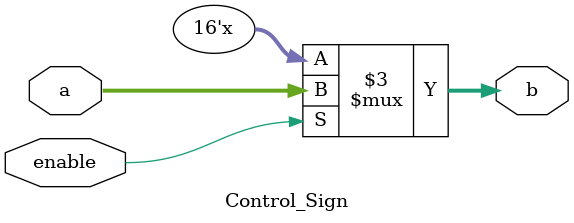
<source format=v>
module Control_Sign (a,b,enable);
	input[15:0] a;
	output reg[15:0] b;
	input enable;
	
	always @ (enable or a) begin
		if (enable) begin
			b = a;
		end else begin
			b =16'bz;
		end
	end
	
endmodule

</source>
